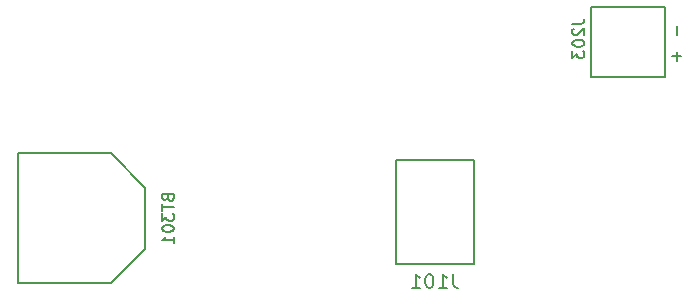
<source format=gbr>
G04 #@! TF.FileFunction,Legend,Bot*
%FSLAX46Y46*%
G04 Gerber Fmt 4.6, Leading zero omitted, Abs format (unit mm)*
G04 Created by KiCad (PCBNEW 4.0.6) date 12/03/17 23:21:02*
%MOMM*%
%LPD*%
G01*
G04 APERTURE LIST*
%ADD10C,1.000000*%
%ADD11C,0.150000*%
%ADD12C,0.200000*%
G04 APERTURE END LIST*
D10*
D11*
X92900000Y-85175000D02*
X86300000Y-85175000D01*
X86300000Y-85175000D02*
X86300000Y-76375000D01*
X86300000Y-76375000D02*
X92900000Y-76375000D01*
X92900000Y-76375000D02*
X92900000Y-85175000D01*
D12*
X65100000Y-83900000D02*
X62200000Y-86800000D01*
X65100000Y-78700000D02*
X62200000Y-75800000D01*
X54300000Y-86800000D02*
X62200000Y-86800000D01*
X54300000Y-75800000D02*
X62200000Y-75800000D01*
X54300000Y-75900000D02*
X54300000Y-86700000D01*
X65100000Y-78700000D02*
X65100000Y-83900000D01*
D11*
X109100000Y-69350000D02*
X102850000Y-69350000D01*
X102850000Y-69350000D02*
X102850000Y-63450000D01*
X102850000Y-63450000D02*
X109100000Y-63450000D01*
X109100000Y-63450000D02*
X109100000Y-69350000D01*
X91142857Y-86007857D02*
X91142857Y-86865000D01*
X91199999Y-87036429D01*
X91314285Y-87150714D01*
X91485714Y-87207857D01*
X91599999Y-87207857D01*
X89942856Y-87207857D02*
X90628571Y-87207857D01*
X90285713Y-87207857D02*
X90285713Y-86007857D01*
X90399999Y-86179286D01*
X90514285Y-86293571D01*
X90628571Y-86350714D01*
X89199999Y-86007857D02*
X89085714Y-86007857D01*
X88971428Y-86065000D01*
X88914285Y-86122143D01*
X88857142Y-86236429D01*
X88799999Y-86465000D01*
X88799999Y-86750714D01*
X88857142Y-86979286D01*
X88914285Y-87093571D01*
X88971428Y-87150714D01*
X89085714Y-87207857D01*
X89199999Y-87207857D01*
X89314285Y-87150714D01*
X89371428Y-87093571D01*
X89428571Y-86979286D01*
X89485714Y-86750714D01*
X89485714Y-86465000D01*
X89428571Y-86236429D01*
X89371428Y-86122143D01*
X89314285Y-86065000D01*
X89199999Y-86007857D01*
X87657142Y-87207857D02*
X88342857Y-87207857D01*
X87999999Y-87207857D02*
X87999999Y-86007857D01*
X88114285Y-86179286D01*
X88228571Y-86293571D01*
X88342857Y-86350714D01*
X66978571Y-79561905D02*
X67026190Y-79704762D01*
X67073810Y-79752381D01*
X67169048Y-79800000D01*
X67311905Y-79800000D01*
X67407143Y-79752381D01*
X67454762Y-79704762D01*
X67502381Y-79609524D01*
X67502381Y-79228571D01*
X66502381Y-79228571D01*
X66502381Y-79561905D01*
X66550000Y-79657143D01*
X66597619Y-79704762D01*
X66692857Y-79752381D01*
X66788095Y-79752381D01*
X66883333Y-79704762D01*
X66930952Y-79657143D01*
X66978571Y-79561905D01*
X66978571Y-79228571D01*
X66502381Y-80085714D02*
X66502381Y-80657143D01*
X67502381Y-80371428D02*
X66502381Y-80371428D01*
X66502381Y-80895238D02*
X66502381Y-81514286D01*
X66883333Y-81180952D01*
X66883333Y-81323810D01*
X66930952Y-81419048D01*
X66978571Y-81466667D01*
X67073810Y-81514286D01*
X67311905Y-81514286D01*
X67407143Y-81466667D01*
X67454762Y-81419048D01*
X67502381Y-81323810D01*
X67502381Y-81038095D01*
X67454762Y-80942857D01*
X67407143Y-80895238D01*
X66502381Y-82133333D02*
X66502381Y-82228572D01*
X66550000Y-82323810D01*
X66597619Y-82371429D01*
X66692857Y-82419048D01*
X66883333Y-82466667D01*
X67121429Y-82466667D01*
X67311905Y-82419048D01*
X67407143Y-82371429D01*
X67454762Y-82323810D01*
X67502381Y-82228572D01*
X67502381Y-82133333D01*
X67454762Y-82038095D01*
X67407143Y-81990476D01*
X67311905Y-81942857D01*
X67121429Y-81895238D01*
X66883333Y-81895238D01*
X66692857Y-81942857D01*
X66597619Y-81990476D01*
X66550000Y-82038095D01*
X66502381Y-82133333D01*
X67502381Y-83419048D02*
X67502381Y-82847619D01*
X67502381Y-83133333D02*
X66502381Y-83133333D01*
X66645238Y-83038095D01*
X66740476Y-82942857D01*
X66788095Y-82847619D01*
X101252381Y-64814286D02*
X101966667Y-64814286D01*
X102109524Y-64766666D01*
X102204762Y-64671428D01*
X102252381Y-64528571D01*
X102252381Y-64433333D01*
X101347619Y-65242857D02*
X101300000Y-65290476D01*
X101252381Y-65385714D01*
X101252381Y-65623810D01*
X101300000Y-65719048D01*
X101347619Y-65766667D01*
X101442857Y-65814286D01*
X101538095Y-65814286D01*
X101680952Y-65766667D01*
X102252381Y-65195238D01*
X102252381Y-65814286D01*
X101252381Y-66433333D02*
X101252381Y-66528572D01*
X101300000Y-66623810D01*
X101347619Y-66671429D01*
X101442857Y-66719048D01*
X101633333Y-66766667D01*
X101871429Y-66766667D01*
X102061905Y-66719048D01*
X102157143Y-66671429D01*
X102204762Y-66623810D01*
X102252381Y-66528572D01*
X102252381Y-66433333D01*
X102204762Y-66338095D01*
X102157143Y-66290476D01*
X102061905Y-66242857D01*
X101871429Y-66195238D01*
X101633333Y-66195238D01*
X101442857Y-66242857D01*
X101347619Y-66290476D01*
X101300000Y-66338095D01*
X101252381Y-66433333D01*
X101252381Y-67100000D02*
X101252381Y-67719048D01*
X101633333Y-67385714D01*
X101633333Y-67528572D01*
X101680952Y-67623810D01*
X101728571Y-67671429D01*
X101823810Y-67719048D01*
X102061905Y-67719048D01*
X102157143Y-67671429D01*
X102204762Y-67623810D01*
X102252381Y-67528572D01*
X102252381Y-67242857D01*
X102204762Y-67147619D01*
X102157143Y-67100000D01*
X110071429Y-65019048D02*
X110071429Y-65780953D01*
X110071429Y-67219048D02*
X110071429Y-67980953D01*
X110452381Y-67600001D02*
X109690476Y-67600001D01*
M02*

</source>
